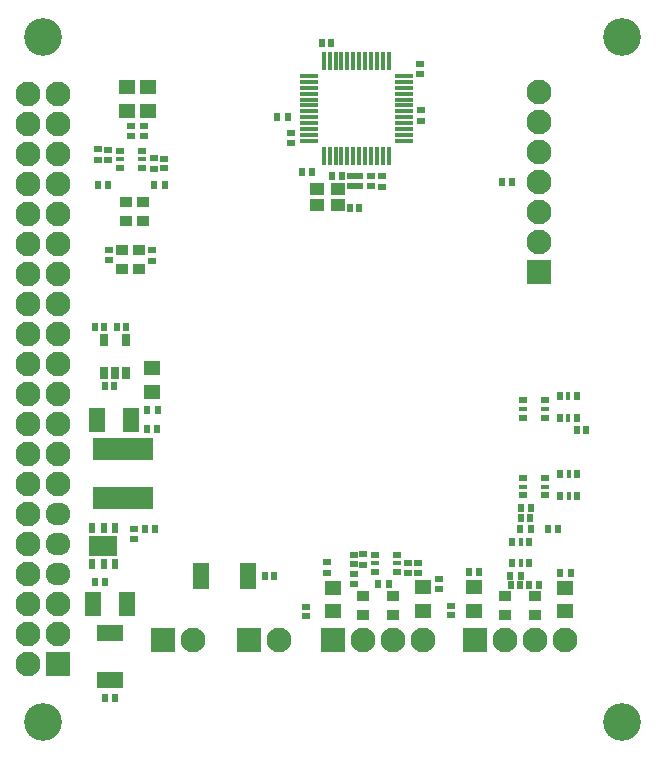
<source format=gts>
G04*
G04 #@! TF.GenerationSoftware,Altium Limited,Altium Designer,20.0.11 (256)*
G04*
G04 Layer_Color=8388736*
%FSLAX24Y24*%
%MOIN*%
G70*
G01*
G75*
%ADD16R,0.0236X0.0256*%
%ADD17R,0.0256X0.0217*%
%ADD18R,0.0256X0.0236*%
G04:AMPARAMS|DCode=19|XSize=15.7mil|YSize=61mil|CornerRadius=3.7mil|HoleSize=0mil|Usage=FLASHONLY|Rotation=180.000|XOffset=0mil|YOffset=0mil|HoleType=Round|Shape=RoundedRectangle|*
%AMROUNDEDRECTD19*
21,1,0.0157,0.0535,0,0,180.0*
21,1,0.0083,0.0610,0,0,180.0*
1,1,0.0075,-0.0041,0.0268*
1,1,0.0075,0.0041,0.0268*
1,1,0.0075,0.0041,-0.0268*
1,1,0.0075,-0.0041,-0.0268*
%
%ADD19ROUNDEDRECTD19*%
G04:AMPARAMS|DCode=20|XSize=15.7mil|YSize=61mil|CornerRadius=3.7mil|HoleSize=0mil|Usage=FLASHONLY|Rotation=90.000|XOffset=0mil|YOffset=0mil|HoleType=Round|Shape=RoundedRectangle|*
%AMROUNDEDRECTD20*
21,1,0.0157,0.0535,0,0,90.0*
21,1,0.0083,0.0610,0,0,90.0*
1,1,0.0075,0.0268,0.0041*
1,1,0.0075,0.0268,-0.0041*
1,1,0.0075,-0.0268,-0.0041*
1,1,0.0075,-0.0268,0.0041*
%
%ADD20ROUNDEDRECTD20*%
%ADD21R,0.0413X0.0354*%
%ADD22R,0.0236X0.0315*%
%ADD23R,0.0177X0.0315*%
%ADD24R,0.0315X0.0236*%
%ADD25R,0.0315X0.0177*%
%ADD26R,0.0217X0.0256*%
%ADD27R,0.0492X0.0433*%
%ADD28R,0.0551X0.0472*%
%ADD29R,0.0276X0.0413*%
%ADD30R,0.2047X0.0748*%
%ADD31R,0.0539X0.0866*%
%ADD32R,0.0220X0.0319*%
%ADD33R,0.0980X0.0669*%
%ADD34R,0.0866X0.0539*%
%ADD35R,0.0531X0.0787*%
%ADD36R,0.0827X0.0827*%
%ADD37C,0.0827*%
%ADD38O,0.0827X0.0748*%
%ADD39R,0.0827X0.0827*%
%ADD40C,0.1261*%
D16*
X19478Y11191D02*
D03*
X19163D02*
D03*
X18533Y7894D02*
D03*
X18219D02*
D03*
X10010Y19764D02*
D03*
X10325D02*
D03*
X10669Y24075D02*
D03*
X10984D02*
D03*
X11919Y18573D02*
D03*
X11604D02*
D03*
X11014Y19636D02*
D03*
X11329D02*
D03*
X17274Y6014D02*
D03*
X16959D02*
D03*
X17293Y8258D02*
D03*
X17608D02*
D03*
X3091Y14626D02*
D03*
X3406D02*
D03*
X3839D02*
D03*
X4154D02*
D03*
X3740Y12638D02*
D03*
X3425D02*
D03*
X9075Y6319D02*
D03*
X8760D02*
D03*
X5167Y11230D02*
D03*
X4852D02*
D03*
X3425Y6122D02*
D03*
X3110D02*
D03*
X3760Y2234D02*
D03*
X3445D02*
D03*
D17*
X3563Y17185D02*
D03*
Y16831D02*
D03*
X5010Y17175D02*
D03*
Y16821D02*
D03*
X12667Y19646D02*
D03*
Y19291D02*
D03*
X13957Y21841D02*
D03*
Y21486D02*
D03*
X11624Y19301D02*
D03*
Y19656D02*
D03*
X13533Y6407D02*
D03*
Y6762D02*
D03*
X12047Y7047D02*
D03*
Y6693D02*
D03*
X3219Y20541D02*
D03*
Y20187D02*
D03*
X5069Y19882D02*
D03*
Y20236D02*
D03*
X11722Y6388D02*
D03*
Y6033D02*
D03*
X14567Y6230D02*
D03*
Y5876D02*
D03*
X10837Y6781D02*
D03*
Y6427D02*
D03*
X4754Y20965D02*
D03*
Y21319D02*
D03*
X4301Y20974D02*
D03*
Y21329D02*
D03*
X4409Y7894D02*
D03*
Y7539D02*
D03*
D18*
X10148Y5295D02*
D03*
Y4980D02*
D03*
X14970Y5315D02*
D03*
Y5000D02*
D03*
X11919Y19321D02*
D03*
Y19636D02*
D03*
X13937Y23376D02*
D03*
Y23061D02*
D03*
X9646Y21073D02*
D03*
Y20758D02*
D03*
X12293Y19321D02*
D03*
Y19636D02*
D03*
X13868Y6742D02*
D03*
Y6427D02*
D03*
X11722Y6703D02*
D03*
Y7018D02*
D03*
X3543Y20197D02*
D03*
Y20512D02*
D03*
X5404Y20217D02*
D03*
Y19902D02*
D03*
D19*
X10728Y20315D02*
D03*
X10925D02*
D03*
X11122D02*
D03*
X11319D02*
D03*
X11516D02*
D03*
X11713D02*
D03*
X11909D02*
D03*
X12106D02*
D03*
X12303D02*
D03*
X12500D02*
D03*
X12697D02*
D03*
X12894D02*
D03*
Y23484D02*
D03*
X12697D02*
D03*
X12500D02*
D03*
X12303D02*
D03*
X12106D02*
D03*
X11909D02*
D03*
X11713D02*
D03*
X11516D02*
D03*
X11319D02*
D03*
X11122D02*
D03*
X10925D02*
D03*
X10728D02*
D03*
D20*
X13396Y20817D02*
D03*
Y21014D02*
D03*
Y21211D02*
D03*
Y21407D02*
D03*
Y21604D02*
D03*
Y21801D02*
D03*
Y21998D02*
D03*
Y22195D02*
D03*
Y22392D02*
D03*
Y22589D02*
D03*
Y22785D02*
D03*
Y22982D02*
D03*
X10226D02*
D03*
Y22785D02*
D03*
Y22589D02*
D03*
Y22392D02*
D03*
Y22195D02*
D03*
Y21998D02*
D03*
Y21801D02*
D03*
Y21604D02*
D03*
Y21407D02*
D03*
Y21211D02*
D03*
Y21014D02*
D03*
Y20817D02*
D03*
D21*
X16782Y5659D02*
D03*
Y5030D02*
D03*
X17781Y5659D02*
D03*
Y5030D02*
D03*
X4587Y16555D02*
D03*
Y17185D02*
D03*
X4016Y16555D02*
D03*
Y17185D02*
D03*
X4134Y18150D02*
D03*
Y18780D02*
D03*
X4705Y18150D02*
D03*
Y18779D02*
D03*
X12028Y5659D02*
D03*
Y5030D02*
D03*
X13032Y5659D02*
D03*
Y5030D02*
D03*
D22*
X19183Y8986D02*
D03*
X18612D02*
D03*
Y9713D02*
D03*
X19183D02*
D03*
X19163Y11585D02*
D03*
X18593D02*
D03*
Y12311D02*
D03*
X19163D02*
D03*
X17008Y7461D02*
D03*
X17579D02*
D03*
Y6734D02*
D03*
X17008D02*
D03*
D23*
X18901Y8988D02*
D03*
Y9713D02*
D03*
X18881Y11587D02*
D03*
Y12311D02*
D03*
X17290Y7459D02*
D03*
Y6734D02*
D03*
D24*
X18110Y9577D02*
D03*
Y9006D02*
D03*
X17384D02*
D03*
Y9577D02*
D03*
X18091Y12165D02*
D03*
Y11594D02*
D03*
X17364D02*
D03*
Y12165D02*
D03*
X12441Y6457D02*
D03*
Y7028D02*
D03*
X13167D02*
D03*
Y6457D02*
D03*
X4675Y20482D02*
D03*
Y19911D02*
D03*
X3949D02*
D03*
Y20482D02*
D03*
D25*
X18108Y9295D02*
D03*
X17384D02*
D03*
X18089Y11883D02*
D03*
X17364D02*
D03*
X12443Y6739D02*
D03*
X13167D02*
D03*
X4673Y20200D02*
D03*
X3949D02*
D03*
D26*
X9537Y21604D02*
D03*
X9183D02*
D03*
X17018Y19449D02*
D03*
X16663D02*
D03*
X16939Y6329D02*
D03*
X17293D02*
D03*
X17628Y7894D02*
D03*
X17274D02*
D03*
X12894Y6033D02*
D03*
X12539D02*
D03*
X17559Y6014D02*
D03*
X17913D02*
D03*
X17293Y8593D02*
D03*
X17648D02*
D03*
X3199Y19350D02*
D03*
X3553D02*
D03*
X5423D02*
D03*
X5069D02*
D03*
X18612Y6417D02*
D03*
X18967D02*
D03*
X15915Y6437D02*
D03*
X15561D02*
D03*
X4852Y11841D02*
D03*
X5207D02*
D03*
X5118Y7894D02*
D03*
X4764D02*
D03*
D27*
X10502Y18671D02*
D03*
X11191Y19222D02*
D03*
Y18671D02*
D03*
X10502Y19222D02*
D03*
D28*
X14035Y5935D02*
D03*
Y5148D02*
D03*
X11033Y5925D02*
D03*
Y5138D02*
D03*
X18780Y5925D02*
D03*
Y5138D02*
D03*
X15748Y5935D02*
D03*
Y5148D02*
D03*
X4872Y21811D02*
D03*
Y22598D02*
D03*
X4163Y21811D02*
D03*
Y22598D02*
D03*
X5020Y12451D02*
D03*
Y13238D02*
D03*
D29*
X4154Y13081D02*
D03*
X3780D02*
D03*
X3406D02*
D03*
X4154Y14183D02*
D03*
X3406D02*
D03*
D30*
X4026Y10532D02*
D03*
Y8917D02*
D03*
D31*
X8191Y6319D02*
D03*
X6632D02*
D03*
D32*
X3760Y7904D02*
D03*
X3390D02*
D03*
X3020D02*
D03*
X3760Y6722D02*
D03*
X3390D02*
D03*
X3020D02*
D03*
D33*
X3386Y7303D02*
D03*
D34*
X3602Y4402D02*
D03*
Y2843D02*
D03*
D35*
X4301Y11526D02*
D03*
X3159D02*
D03*
X3032Y5364D02*
D03*
X4173D02*
D03*
D36*
X1873Y3364D02*
D03*
X17904Y16441D02*
D03*
D37*
X1873Y4364D02*
D03*
Y5364D02*
D03*
X873Y3364D02*
D03*
Y4364D02*
D03*
Y5364D02*
D03*
Y6364D02*
D03*
Y7364D02*
D03*
Y8364D02*
D03*
X1873Y9364D02*
D03*
X873D02*
D03*
X1873Y10364D02*
D03*
X873D02*
D03*
X1873Y11364D02*
D03*
X873D02*
D03*
X1873Y12364D02*
D03*
X873D02*
D03*
X1873Y13364D02*
D03*
X873D02*
D03*
X1873Y14364D02*
D03*
X873D02*
D03*
X1873Y15364D02*
D03*
X873D02*
D03*
X1873Y16364D02*
D03*
X873D02*
D03*
X1873Y17364D02*
D03*
X873D02*
D03*
X1873Y18364D02*
D03*
X873D02*
D03*
X1873Y19364D02*
D03*
X873D02*
D03*
X1873Y20364D02*
D03*
X873D02*
D03*
X1873Y21364D02*
D03*
X873D02*
D03*
X1873Y22364D02*
D03*
X873D02*
D03*
X16781Y4193D02*
D03*
X17781D02*
D03*
X18781D02*
D03*
X12032D02*
D03*
X13032D02*
D03*
X14031D02*
D03*
X17904Y22441D02*
D03*
Y21441D02*
D03*
Y20441D02*
D03*
Y19441D02*
D03*
Y18441D02*
D03*
Y17441D02*
D03*
X6378Y4193D02*
D03*
X9222D02*
D03*
D38*
X1873Y6364D02*
D03*
Y7364D02*
D03*
Y8364D02*
D03*
D39*
X15781Y4193D02*
D03*
X11032D02*
D03*
X5378D02*
D03*
X8222D02*
D03*
D40*
X20659Y1447D02*
D03*
Y24281D02*
D03*
X1373D02*
D03*
Y1447D02*
D03*
M02*

</source>
